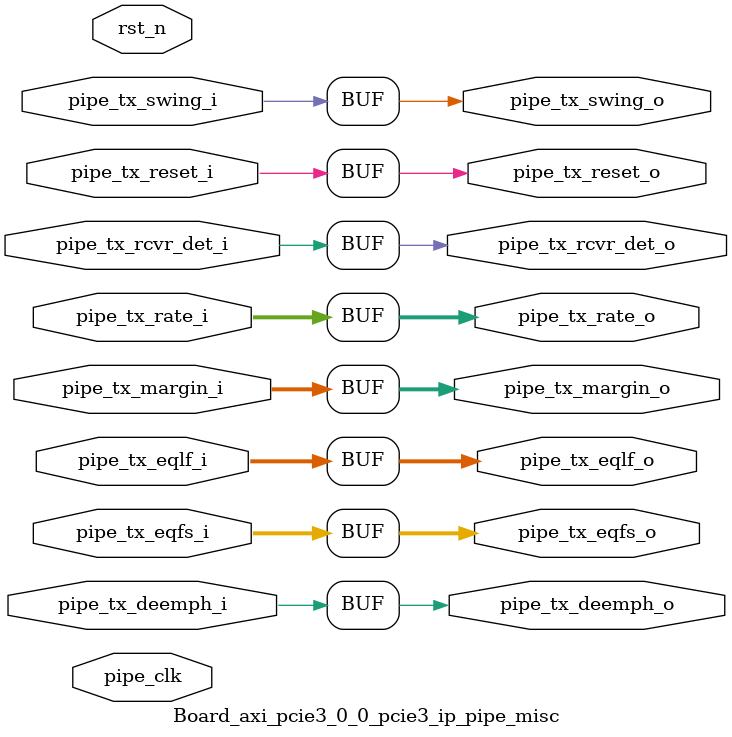
<source format=v>


`timescale 1ps/1ps

(* DowngradeIPIdentifiedWarnings = "yes" *)
module Board_axi_pcie3_0_0_pcie3_ip_pipe_misc 
 #(
  parameter TCQ = 100,
  parameter PIPE_PIPELINE_STAGES = 0
  ) (
  input  wire         pipe_tx_rcvr_det_i,
  input  wire         pipe_tx_reset_i,
  input  wire   [1:0] pipe_tx_rate_i,
  input  wire         pipe_tx_deemph_i,
  input  wire   [2:0] pipe_tx_margin_i,
  input  wire         pipe_tx_swing_i,
  input  wire   [5:0] pipe_tx_eqfs_i,
  input  wire   [5:0] pipe_tx_eqlf_i,
  output wire         pipe_tx_rcvr_det_o,
  output wire         pipe_tx_reset_o,
  output wire   [1:0] pipe_tx_rate_o,
  output wire         pipe_tx_deemph_o,
  output wire   [2:0] pipe_tx_margin_o,
  output wire         pipe_tx_swing_o,
  output wire   [5:0] pipe_tx_eqfs_o,
  output wire   [5:0] pipe_tx_eqlf_o,
  input  wire         pipe_clk,
  input  wire         rst_n
  );

  reg                 pipe_tx_rcvr_det_q;
  reg                 pipe_tx_reset_q;
  reg           [1:0] pipe_tx_rate_q;
  reg                 pipe_tx_deemph_q;
  reg           [2:0] pipe_tx_margin_q;
  reg                 pipe_tx_swing_q;
  reg           [5:0] pipe_tx_eqfs_q;
  reg           [5:0] pipe_tx_eqlf_q;
  reg                 pipe_tx_rcvr_det_qq;
  reg                 pipe_tx_reset_qq;
  reg           [1:0] pipe_tx_rate_qq;
  reg                 pipe_tx_deemph_qq;
  reg           [2:0] pipe_tx_margin_qq;
  reg                 pipe_tx_swing_qq;
  reg           [5:0] pipe_tx_eqfs_qq;
  reg           [5:0] pipe_tx_eqlf_qq;

  generate
    if (PIPE_PIPELINE_STAGES == 0)
    begin : pipe_stages_0
      assign pipe_tx_rcvr_det_o = pipe_tx_rcvr_det_i;
      assign pipe_tx_reset_o = pipe_tx_reset_i;
      assign pipe_tx_rate_o = pipe_tx_rate_i;
      assign pipe_tx_deemph_o = pipe_tx_deemph_i;
      assign pipe_tx_margin_o = pipe_tx_margin_i;
      assign pipe_tx_swing_o = pipe_tx_swing_i;
      assign pipe_tx_eqfs_o = pipe_tx_eqfs_i;
      assign pipe_tx_eqlf_o = pipe_tx_eqlf_i;
    end
    else if (PIPE_PIPELINE_STAGES == 1)
    begin : pipe_stages_1
      always @(posedge pipe_clk)
      begin
        if (!rst_n)
        begin
          pipe_tx_rcvr_det_q <= #TCQ 1'b0;
          pipe_tx_reset_q <= #TCQ 1'b1;
          pipe_tx_rate_q <= #TCQ 2'b0;
          pipe_tx_deemph_q <= #TCQ 1'b1;
          pipe_tx_margin_q <= #TCQ 3'b0;
          pipe_tx_swing_q <= #TCQ 1'b0;
          pipe_tx_eqfs_q <= #TCQ 5'b0;
          pipe_tx_eqlf_q <= #TCQ 5'b0;
        end
        else
        begin
          pipe_tx_rcvr_det_q <= #TCQ pipe_tx_rcvr_det_i;
          pipe_tx_reset_q <= #TCQ pipe_tx_reset_i;
          pipe_tx_rate_q <= #TCQ pipe_tx_rate_i;
          pipe_tx_deemph_q <= #TCQ pipe_tx_deemph_i;
          pipe_tx_margin_q <= #TCQ pipe_tx_margin_i;
          pipe_tx_swing_q <= #TCQ pipe_tx_swing_i;
          pipe_tx_eqfs_q <= #TCQ pipe_tx_eqfs_i;
          pipe_tx_eqlf_q <= #TCQ pipe_tx_eqlf_i;
        end
      end
      assign pipe_tx_rcvr_det_o = pipe_tx_rcvr_det_q;
      assign pipe_tx_reset_o = pipe_tx_reset_q;
      assign pipe_tx_rate_o = pipe_tx_rate_q;
      assign pipe_tx_deemph_o = pipe_tx_deemph_q;
      assign pipe_tx_margin_o = pipe_tx_margin_q;
      assign pipe_tx_swing_o = pipe_tx_swing_q;
      assign pipe_tx_eqfs_o = pipe_tx_eqfs_q;
      assign pipe_tx_eqlf_o = pipe_tx_eqlf_q;
    end
    else if (PIPE_PIPELINE_STAGES == 2)
    begin : pipe_stages_2
      always @(posedge pipe_clk)
      begin
        if (!rst_n)
        begin
          pipe_tx_rcvr_det_q <= #TCQ 1'b0;
          pipe_tx_reset_q <= #TCQ 1'b1;
          pipe_tx_rate_q <= #TCQ 2'b0;
          pipe_tx_deemph_q <= #TCQ 1'b1;
          pipe_tx_margin_q <= #TCQ 1'b0;
          pipe_tx_swing_q <= #TCQ 1'b0;
          pipe_tx_eqfs_q <= #TCQ 5'b0;
          pipe_tx_eqlf_q <= #TCQ 5'b0;
          pipe_tx_rcvr_det_qq <= #TCQ 1'b0;
          pipe_tx_reset_qq <= #TCQ 1'b1;
          pipe_tx_rate_qq <= #TCQ 2'b0;
          pipe_tx_deemph_qq <= #TCQ 1'b1;
          pipe_tx_margin_qq <= #TCQ 1'b0;
          pipe_tx_swing_qq <= #TCQ 1'b0;
          pipe_tx_eqfs_qq <= #TCQ 5'b0;
          pipe_tx_eqlf_qq <= #TCQ 5'b0;
        end
        else
        begin
          pipe_tx_rcvr_det_q <= #TCQ pipe_tx_rcvr_det_i;
          pipe_tx_reset_q <= #TCQ pipe_tx_reset_i;
          pipe_tx_rate_q <= #TCQ pipe_tx_rate_i;
          pipe_tx_deemph_q <= #TCQ pipe_tx_deemph_i;
          pipe_tx_margin_q <= #TCQ pipe_tx_margin_i;
          pipe_tx_swing_q <= #TCQ pipe_tx_swing_i;
          pipe_tx_eqfs_q <= #TCQ pipe_tx_eqfs_i;
          pipe_tx_eqlf_q <= #TCQ pipe_tx_eqlf_i;
          pipe_tx_rcvr_det_qq <= #TCQ pipe_tx_rcvr_det_q;
          pipe_tx_reset_qq <= #TCQ pipe_tx_reset_q;
          pipe_tx_rate_qq <= #TCQ pipe_tx_rate_q;
          pipe_tx_deemph_qq <= #TCQ pipe_tx_deemph_q;
          pipe_tx_margin_qq <= #TCQ pipe_tx_margin_q;
          pipe_tx_swing_qq <= #TCQ pipe_tx_swing_q;
          pipe_tx_eqfs_qq <= #TCQ pipe_tx_eqfs_q;
          pipe_tx_eqlf_qq <= #TCQ pipe_tx_eqlf_q;
        end
      end
      assign pipe_tx_rcvr_det_o = pipe_tx_rcvr_det_qq;
      assign pipe_tx_reset_o = pipe_tx_reset_qq;
      assign pipe_tx_rate_o = pipe_tx_rate_qq;
      assign pipe_tx_deemph_o = pipe_tx_deemph_qq;
      assign pipe_tx_margin_o = pipe_tx_margin_qq;
      assign pipe_tx_swing_o = pipe_tx_swing_qq;
      assign pipe_tx_eqfs_o = pipe_tx_eqfs_qq;
      assign pipe_tx_eqlf_o = pipe_tx_eqlf_qq;
    end
    else
    begin
      assign pipe_tx_rcvr_det_o = pipe_tx_rcvr_det_i;
      assign pipe_tx_reset_o = pipe_tx_reset_i;
      assign pipe_tx_rate_o = pipe_tx_rate_i;
      assign pipe_tx_deemph_o = pipe_tx_deemph_i;
      assign pipe_tx_margin_o = pipe_tx_margin_i;
      assign pipe_tx_swing_o = pipe_tx_swing_i;
      assign pipe_tx_eqfs_o = pipe_tx_eqfs_i;
      assign pipe_tx_eqlf_o = pipe_tx_eqlf_i;
    end
  endgenerate

endmodule

</source>
